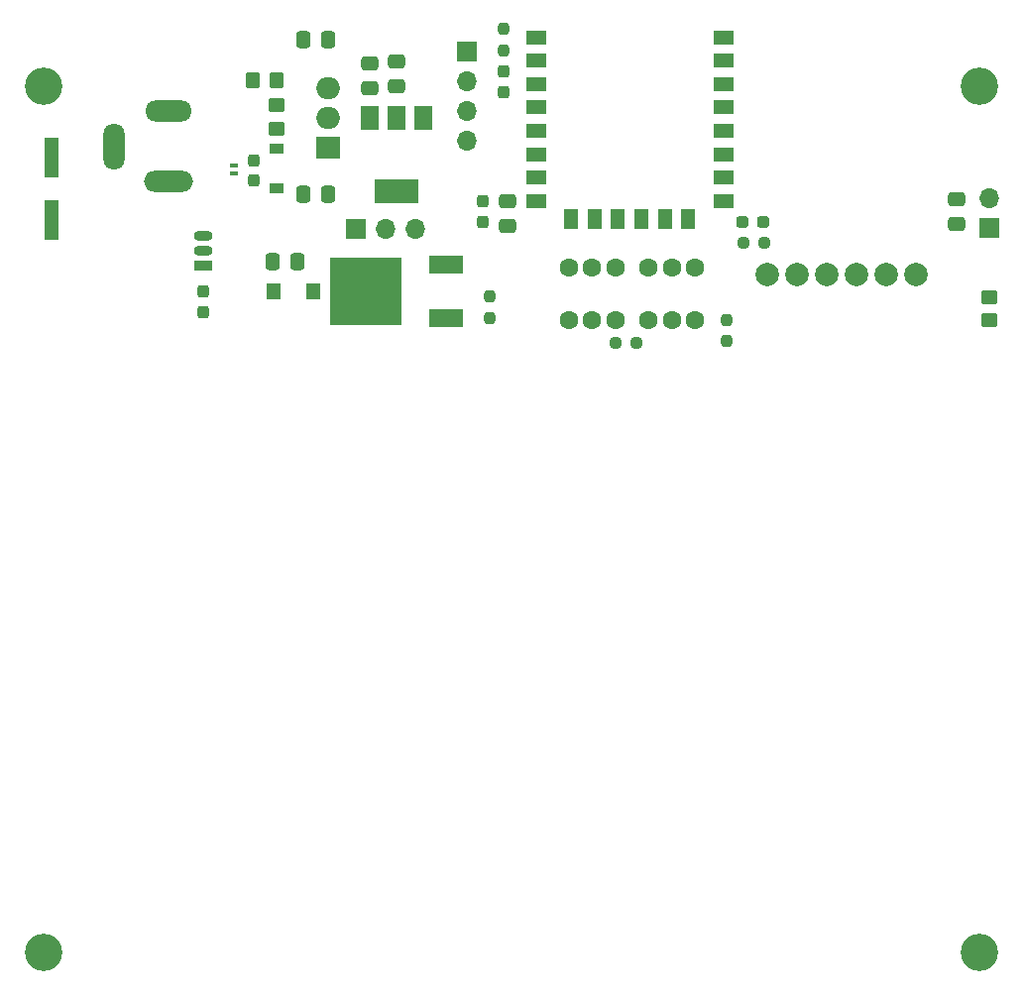
<source format=gbr>
%TF.GenerationSoftware,KiCad,Pcbnew,(6.0.0)*%
%TF.CreationDate,2022-05-15T20:33:26+08:00*%
%TF.ProjectId,Solder-Reflow-Plate-ESP32,536f6c64-6572-42d5-9265-666c6f772d50,rev?*%
%TF.SameCoordinates,Original*%
%TF.FileFunction,Soldermask,Top*%
%TF.FilePolarity,Negative*%
%FSLAX46Y46*%
G04 Gerber Fmt 4.6, Leading zero omitted, Abs format (unit mm)*
G04 Created by KiCad (PCBNEW (6.0.0)) date 2022-05-15 20:33:26*
%MOMM*%
%LPD*%
G01*
G04 APERTURE LIST*
G04 Aperture macros list*
%AMRoundRect*
0 Rectangle with rounded corners*
0 $1 Rounding radius*
0 $2 $3 $4 $5 $6 $7 $8 $9 X,Y pos of 4 corners*
0 Add a 4 corners polygon primitive as box body*
4,1,4,$2,$3,$4,$5,$6,$7,$8,$9,$2,$3,0*
0 Add four circle primitives for the rounded corners*
1,1,$1+$1,$2,$3*
1,1,$1+$1,$4,$5*
1,1,$1+$1,$6,$7*
1,1,$1+$1,$8,$9*
0 Add four rect primitives between the rounded corners*
20,1,$1+$1,$2,$3,$4,$5,0*
20,1,$1+$1,$4,$5,$6,$7,0*
20,1,$1+$1,$6,$7,$8,$9,0*
20,1,$1+$1,$8,$9,$2,$3,0*%
G04 Aperture macros list end*
%ADD10RoundRect,0.250000X-0.450000X0.350000X-0.450000X-0.350000X0.450000X-0.350000X0.450000X0.350000X0*%
%ADD11R,1.700000X1.700000*%
%ADD12O,1.700000X1.700000*%
%ADD13RoundRect,0.250000X0.475000X-0.337500X0.475000X0.337500X-0.475000X0.337500X-0.475000X-0.337500X0*%
%ADD14RoundRect,0.237500X-0.237500X0.300000X-0.237500X-0.300000X0.237500X-0.300000X0.237500X0.300000X0*%
%ADD15O,4.200000X1.800000*%
%ADD16O,4.000000X1.800000*%
%ADD17O,1.800000X4.000000*%
%ADD18RoundRect,0.237500X0.287500X0.237500X-0.287500X0.237500X-0.287500X-0.237500X0.287500X-0.237500X0*%
%ADD19R,1.200000X3.500000*%
%ADD20R,0.700000X0.400000*%
%ADD21RoundRect,0.250000X0.450000X-0.350000X0.450000X0.350000X-0.450000X0.350000X-0.450000X-0.350000X0*%
%ADD22R,1.600000X0.900000*%
%ADD23O,1.600000X0.900000*%
%ADD24R,1.500000X2.000000*%
%ADD25R,3.800000X2.000000*%
%ADD26RoundRect,0.237500X0.250000X0.237500X-0.250000X0.237500X-0.250000X-0.237500X0.250000X-0.237500X0*%
%ADD27C,3.200000*%
%ADD28R,2.000000X1.905000*%
%ADD29O,2.000000X1.905000*%
%ADD30C,2.000000*%
%ADD31R,1.800000X1.200000*%
%ADD32R,1.200000X1.800000*%
%ADD33R,1.200000X1.400000*%
%ADD34RoundRect,0.250000X-0.475000X0.337500X-0.475000X-0.337500X0.475000X-0.337500X0.475000X0.337500X0*%
%ADD35RoundRect,0.237500X-0.250000X-0.237500X0.250000X-0.237500X0.250000X0.237500X-0.250000X0.237500X0*%
%ADD36RoundRect,0.237500X0.237500X-0.250000X0.237500X0.250000X-0.237500X0.250000X-0.237500X-0.250000X0*%
%ADD37RoundRect,0.237500X0.237500X-0.300000X0.237500X0.300000X-0.237500X0.300000X-0.237500X-0.300000X0*%
%ADD38C,1.600000*%
%ADD39RoundRect,0.250000X0.337500X0.475000X-0.337500X0.475000X-0.337500X-0.475000X0.337500X-0.475000X0*%
%ADD40R,3.000000X1.600000*%
%ADD41R,6.200000X5.800000*%
%ADD42RoundRect,0.250000X-0.337500X-0.475000X0.337500X-0.475000X0.337500X0.475000X-0.337500X0.475000X0*%
%ADD43R,1.150000X0.950000*%
%ADD44RoundRect,0.237500X-0.237500X0.250000X-0.237500X-0.250000X0.237500X-0.250000X0.237500X0.250000X0*%
%ADD45RoundRect,0.250000X-0.350000X-0.450000X0.350000X-0.450000X0.350000X0.450000X-0.350000X0.450000X0*%
G04 APERTURE END LIST*
D10*
%TO.C,R8*%
X174850000Y-79000000D03*
X174850000Y-81000000D03*
%TD*%
D11*
%TO.C,J3*%
X174850000Y-73075000D03*
D12*
X174850000Y-70535000D03*
%TD*%
D13*
%TO.C,C12*%
X172050000Y-72737500D03*
X172050000Y-70662500D03*
%TD*%
D11*
%TO.C,J2*%
X120750000Y-73200000D03*
D12*
X123290000Y-73200000D03*
X125830000Y-73200000D03*
%TD*%
D14*
%TO.C,C2*%
X133300000Y-59737500D03*
X133300000Y-61462500D03*
%TD*%
%TO.C,C10*%
X107650000Y-78537500D03*
X107650000Y-80262500D03*
%TD*%
D15*
%TO.C,DC1*%
X104712500Y-69127500D03*
D16*
X104712500Y-63127500D03*
D17*
X100012500Y-66127500D03*
%TD*%
D18*
%TO.C,D4*%
X155475000Y-72600000D03*
X153725000Y-72600000D03*
%TD*%
D19*
%TO.C,C4*%
X94688383Y-72416909D03*
X94688383Y-67076909D03*
%TD*%
D20*
%TO.C,D1*%
X110300000Y-68450000D03*
X110300000Y-67750000D03*
%TD*%
D21*
%TO.C,R4*%
X113900000Y-64600000D03*
X113900000Y-62600000D03*
%TD*%
D22*
%TO.C,U3*%
X107650000Y-76270000D03*
D23*
X107650000Y-75000000D03*
X107650000Y-73730000D03*
%TD*%
D24*
%TO.C,U2*%
X126488383Y-63696909D03*
X124188383Y-63696909D03*
D25*
X124188383Y-69996909D03*
D24*
X121888383Y-63696909D03*
%TD*%
D26*
%TO.C,R3*%
X144712500Y-82900000D03*
X142887500Y-82900000D03*
%TD*%
D27*
%TO.C,H4*%
X174000000Y-135000000D03*
%TD*%
D28*
%TO.C,U1*%
X118345000Y-66240000D03*
D29*
X118345000Y-63700000D03*
X118345000Y-61160000D03*
%TD*%
D27*
%TO.C,H3*%
X94000000Y-135000000D03*
%TD*%
D30*
%TO.C,CN1*%
X155820000Y-77100000D03*
X158360000Y-77100000D03*
X160900000Y-77100000D03*
X163440000Y-77100000D03*
X165980000Y-77100000D03*
X168520000Y-77100000D03*
%TD*%
D31*
%TO.C,L1*%
X136088383Y-56796909D03*
X136088383Y-58796909D03*
X136088383Y-60796909D03*
X136088383Y-62796909D03*
X136088383Y-64796909D03*
X136088383Y-66796909D03*
X136088383Y-68796909D03*
X136088383Y-70796909D03*
D32*
X139088383Y-72296909D03*
X141088383Y-72296909D03*
X143088383Y-72296909D03*
X145088383Y-72296909D03*
X147088383Y-72296909D03*
X149088383Y-72296909D03*
D31*
X152088383Y-70796909D03*
X152088383Y-68796909D03*
X152088383Y-66796909D03*
X152088383Y-64796909D03*
X152088383Y-62796909D03*
X152088383Y-60796909D03*
X152088383Y-58796909D03*
X152088383Y-56796909D03*
%TD*%
D33*
%TO.C,D3*%
X117050000Y-78510000D03*
X113650000Y-78510000D03*
%TD*%
D34*
%TO.C,C1*%
X133680000Y-70812500D03*
X133680000Y-72887500D03*
%TD*%
D35*
%TO.C,R7*%
X153787500Y-74400000D03*
X155612500Y-74400000D03*
%TD*%
D36*
%TO.C,R1*%
X133300000Y-57912500D03*
X133300000Y-56087500D03*
%TD*%
D37*
%TO.C,C5*%
X112000000Y-69062500D03*
X112000000Y-67337500D03*
%TD*%
D38*
%TO.C,SW1*%
X145700000Y-80950000D03*
X147700000Y-80950000D03*
X149700000Y-80950000D03*
X145700000Y-76450000D03*
X147700000Y-76450000D03*
X149700000Y-76450000D03*
%TD*%
%TO.C,SW2*%
X138900000Y-80950000D03*
X140900000Y-80950000D03*
X142900000Y-80950000D03*
X138900000Y-76450000D03*
X140900000Y-76450000D03*
X142900000Y-76450000D03*
%TD*%
D27*
%TO.C,H1*%
X94000000Y-60946909D03*
%TD*%
D39*
%TO.C,C6*%
X118337500Y-70200000D03*
X116262500Y-70200000D03*
%TD*%
D40*
%TO.C,Q1*%
X128400000Y-80800000D03*
D41*
X121560000Y-78510000D03*
D40*
X128400000Y-76220000D03*
%TD*%
D13*
%TO.C,C8*%
X121888383Y-61137500D03*
X121888383Y-59062500D03*
%TD*%
D42*
%TO.C,C9*%
X113642500Y-76000000D03*
X115717500Y-76000000D03*
%TD*%
D13*
%TO.C,C11*%
X124188383Y-60984409D03*
X124188383Y-58909409D03*
%TD*%
D27*
%TO.C,H2*%
X174000000Y-60946909D03*
%TD*%
D36*
%TO.C,R2*%
X152350000Y-82782500D03*
X152350000Y-80957500D03*
%TD*%
D43*
%TO.C,D2*%
X113900000Y-66310000D03*
X113900000Y-69690000D03*
%TD*%
D14*
%TO.C,C3*%
X131570000Y-70837500D03*
X131570000Y-72562500D03*
%TD*%
D44*
%TO.C,R6*%
X132130000Y-78977500D03*
X132130000Y-80802500D03*
%TD*%
D11*
%TO.C,J1*%
X130225000Y-58060000D03*
D12*
X130225000Y-60600000D03*
X130225000Y-63140000D03*
X130225000Y-65680000D03*
%TD*%
D45*
%TO.C,R5*%
X111900000Y-60500000D03*
X113900000Y-60500000D03*
%TD*%
D39*
%TO.C,C7*%
X118337500Y-57000000D03*
X116262500Y-57000000D03*
%TD*%
M02*

</source>
